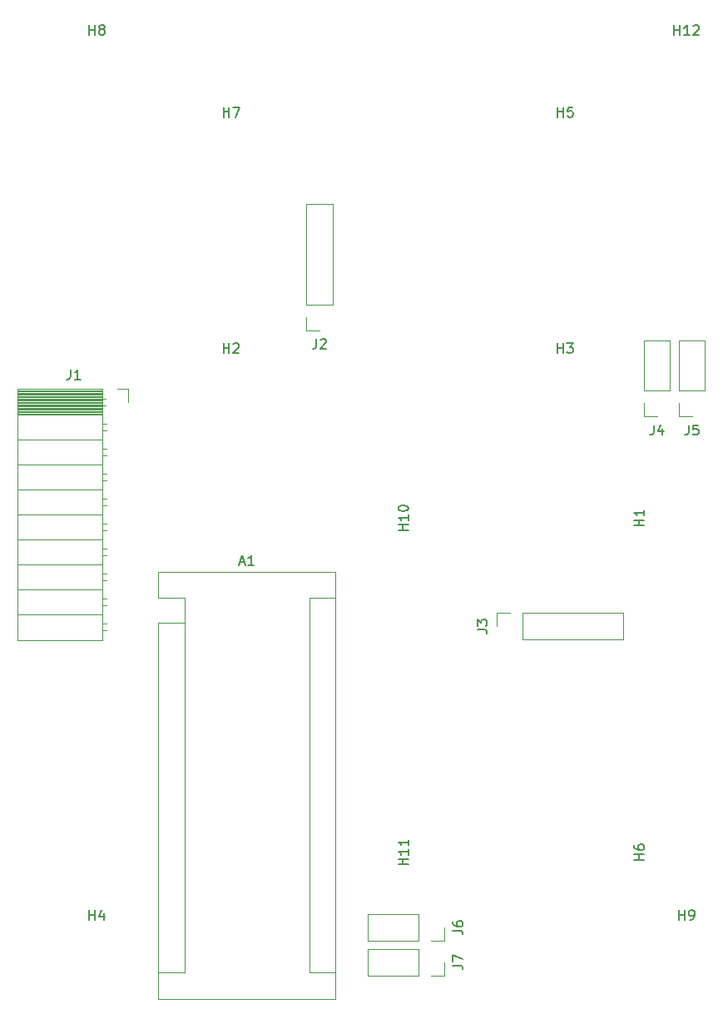
<source format=gbr>
%TF.GenerationSoftware,KiCad,Pcbnew,(6.0.4)*%
%TF.CreationDate,2022-12-06T12:03:58-05:00*%
%TF.ProjectId,BREAD_Slice,42524541-445f-4536-9c69-63652e6b6963,rev?*%
%TF.SameCoordinates,Original*%
%TF.FileFunction,Legend,Top*%
%TF.FilePolarity,Positive*%
%FSLAX46Y46*%
G04 Gerber Fmt 4.6, Leading zero omitted, Abs format (unit mm)*
G04 Created by KiCad (PCBNEW (6.0.4)) date 2022-12-06 12:03:58*
%MOMM*%
%LPD*%
G01*
G04 APERTURE LIST*
%ADD10C,0.150000*%
%ADD11C,0.120000*%
G04 APERTURE END LIST*
D10*
%TO.C,J7*%
X136697380Y-136758333D02*
X137411666Y-136758333D01*
X137554523Y-136805952D01*
X137649761Y-136901190D01*
X137697380Y-137044047D01*
X137697380Y-137139285D01*
X136697380Y-136377380D02*
X136697380Y-135710714D01*
X137697380Y-136139285D01*
%TO.C,J3*%
X139182380Y-102583333D02*
X139896666Y-102583333D01*
X140039523Y-102630952D01*
X140134761Y-102726190D01*
X140182380Y-102869047D01*
X140182380Y-102964285D01*
X139182380Y-102202380D02*
X139182380Y-101583333D01*
X139563333Y-101916666D01*
X139563333Y-101773809D01*
X139610952Y-101678571D01*
X139658571Y-101630952D01*
X139753809Y-101583333D01*
X139991904Y-101583333D01*
X140087142Y-101630952D01*
X140134761Y-101678571D01*
X140182380Y-101773809D01*
X140182380Y-102059523D01*
X140134761Y-102154761D01*
X140087142Y-102202380D01*
%TO.C,J6*%
X136697380Y-133208333D02*
X137411666Y-133208333D01*
X137554523Y-133255952D01*
X137649761Y-133351190D01*
X137697380Y-133494047D01*
X137697380Y-133589285D01*
X136697380Y-132303571D02*
X136697380Y-132494047D01*
X136745000Y-132589285D01*
X136792619Y-132636904D01*
X136935476Y-132732142D01*
X137125952Y-132779761D01*
X137506904Y-132779761D01*
X137602142Y-132732142D01*
X137649761Y-132684523D01*
X137697380Y-132589285D01*
X137697380Y-132398809D01*
X137649761Y-132303571D01*
X137602142Y-132255952D01*
X137506904Y-132208333D01*
X137268809Y-132208333D01*
X137173571Y-132255952D01*
X137125952Y-132303571D01*
X137078333Y-132398809D01*
X137078333Y-132589285D01*
X137125952Y-132684523D01*
X137173571Y-132732142D01*
X137268809Y-132779761D01*
%TO.C,J1*%
X97801132Y-76146846D02*
X97801132Y-76861132D01*
X97753513Y-77003989D01*
X97658275Y-77099227D01*
X97515418Y-77146846D01*
X97420180Y-77146846D01*
X98801132Y-77146846D02*
X98229704Y-77146846D01*
X98515418Y-77146846D02*
X98515418Y-76146846D01*
X98420180Y-76289704D01*
X98324942Y-76384942D01*
X98229704Y-76432561D01*
%TO.C,J2*%
X122806132Y-73036846D02*
X122806132Y-73751132D01*
X122758513Y-73893989D01*
X122663275Y-73989227D01*
X122520418Y-74036846D01*
X122425180Y-74036846D01*
X123234704Y-73132085D02*
X123282323Y-73084466D01*
X123377561Y-73036846D01*
X123615656Y-73036846D01*
X123710894Y-73084466D01*
X123758513Y-73132085D01*
X123806132Y-73227323D01*
X123806132Y-73322561D01*
X123758513Y-73465418D01*
X123187085Y-74036846D01*
X123806132Y-74036846D01*
%TO.C,H12*%
X159226370Y-42116846D02*
X159226370Y-41116846D01*
X159226370Y-41593037D02*
X159797799Y-41593037D01*
X159797799Y-42116846D02*
X159797799Y-41116846D01*
X160797799Y-42116846D02*
X160226370Y-42116846D01*
X160512085Y-42116846D02*
X160512085Y-41116846D01*
X160416846Y-41259704D01*
X160321608Y-41354942D01*
X160226370Y-41402561D01*
X161178751Y-41212085D02*
X161226370Y-41164466D01*
X161321608Y-41116846D01*
X161559704Y-41116846D01*
X161654942Y-41164466D01*
X161702561Y-41212085D01*
X161750180Y-41307323D01*
X161750180Y-41402561D01*
X161702561Y-41545418D01*
X161131132Y-42116846D01*
X161750180Y-42116846D01*
%TO.C,J5*%
X160691666Y-81797380D02*
X160691666Y-82511666D01*
X160644047Y-82654523D01*
X160548809Y-82749761D01*
X160405952Y-82797380D01*
X160310714Y-82797380D01*
X161644047Y-81797380D02*
X161167857Y-81797380D01*
X161120238Y-82273571D01*
X161167857Y-82225952D01*
X161263095Y-82178333D01*
X161501190Y-82178333D01*
X161596428Y-82225952D01*
X161644047Y-82273571D01*
X161691666Y-82368809D01*
X161691666Y-82606904D01*
X161644047Y-82702142D01*
X161596428Y-82749761D01*
X161501190Y-82797380D01*
X161263095Y-82797380D01*
X161167857Y-82749761D01*
X161120238Y-82702142D01*
%TO.C,H8*%
X99702561Y-42116846D02*
X99702561Y-41116846D01*
X99702561Y-41593037D02*
X100273989Y-41593037D01*
X100273989Y-42116846D02*
X100273989Y-41116846D01*
X100893037Y-41545418D02*
X100797799Y-41497799D01*
X100750180Y-41450180D01*
X100702561Y-41354942D01*
X100702561Y-41307323D01*
X100750180Y-41212085D01*
X100797799Y-41164466D01*
X100893037Y-41116846D01*
X101083513Y-41116846D01*
X101178751Y-41164466D01*
X101226370Y-41212085D01*
X101273989Y-41307323D01*
X101273989Y-41354942D01*
X101226370Y-41450180D01*
X101178751Y-41497799D01*
X101083513Y-41545418D01*
X100893037Y-41545418D01*
X100797799Y-41593037D01*
X100750180Y-41640656D01*
X100702561Y-41735894D01*
X100702561Y-41926370D01*
X100750180Y-42021608D01*
X100797799Y-42069227D01*
X100893037Y-42116846D01*
X101083513Y-42116846D01*
X101178751Y-42069227D01*
X101226370Y-42021608D01*
X101273989Y-41926370D01*
X101273989Y-41735894D01*
X101226370Y-41640656D01*
X101178751Y-41593037D01*
X101083513Y-41545418D01*
%TO.C,H9*%
X159702561Y-132116846D02*
X159702561Y-131116846D01*
X159702561Y-131593037D02*
X160273989Y-131593037D01*
X160273989Y-132116846D02*
X160273989Y-131116846D01*
X160797799Y-132116846D02*
X160988275Y-132116846D01*
X161083513Y-132069227D01*
X161131132Y-132021608D01*
X161226370Y-131878751D01*
X161273989Y-131688275D01*
X161273989Y-131307323D01*
X161226370Y-131212085D01*
X161178751Y-131164466D01*
X161083513Y-131116846D01*
X160893037Y-131116846D01*
X160797799Y-131164466D01*
X160750180Y-131212085D01*
X160702561Y-131307323D01*
X160702561Y-131545418D01*
X160750180Y-131640656D01*
X160797799Y-131688275D01*
X160893037Y-131735894D01*
X161083513Y-131735894D01*
X161178751Y-131688275D01*
X161226370Y-131640656D01*
X161273989Y-131545418D01*
%TO.C,H11*%
X132152380Y-126488095D02*
X131152380Y-126488095D01*
X131628571Y-126488095D02*
X131628571Y-125916666D01*
X132152380Y-125916666D02*
X131152380Y-125916666D01*
X132152380Y-124916666D02*
X132152380Y-125488095D01*
X132152380Y-125202380D02*
X131152380Y-125202380D01*
X131295238Y-125297619D01*
X131390476Y-125392857D01*
X131438095Y-125488095D01*
X132152380Y-123964285D02*
X132152380Y-124535714D01*
X132152380Y-124250000D02*
X131152380Y-124250000D01*
X131295238Y-124345238D01*
X131390476Y-124440476D01*
X131438095Y-124535714D01*
%TO.C,H4*%
X99702561Y-132116846D02*
X99702561Y-131116846D01*
X99702561Y-131593037D02*
X100273989Y-131593037D01*
X100273989Y-132116846D02*
X100273989Y-131116846D01*
X101178751Y-131450180D02*
X101178751Y-132116846D01*
X100940656Y-131069227D02*
X100702561Y-131783513D01*
X101321608Y-131783513D01*
%TO.C,J4*%
X157141666Y-81797380D02*
X157141666Y-82511666D01*
X157094047Y-82654523D01*
X156998809Y-82749761D01*
X156855952Y-82797380D01*
X156760714Y-82797380D01*
X158046428Y-82130714D02*
X158046428Y-82797380D01*
X157808333Y-81749761D02*
X157570238Y-82464047D01*
X158189285Y-82464047D01*
%TO.C,H2*%
X113352561Y-74466846D02*
X113352561Y-73466846D01*
X113352561Y-73943037D02*
X113923989Y-73943037D01*
X113923989Y-74466846D02*
X113923989Y-73466846D01*
X114352561Y-73562085D02*
X114400180Y-73514466D01*
X114495418Y-73466846D01*
X114733513Y-73466846D01*
X114828751Y-73514466D01*
X114876370Y-73562085D01*
X114923989Y-73657323D01*
X114923989Y-73752561D01*
X114876370Y-73895418D01*
X114304942Y-74466846D01*
X114923989Y-74466846D01*
%TO.C,H5*%
X147352561Y-50466846D02*
X147352561Y-49466846D01*
X147352561Y-49943037D02*
X147923989Y-49943037D01*
X147923989Y-50466846D02*
X147923989Y-49466846D01*
X148876370Y-49466846D02*
X148400180Y-49466846D01*
X148352561Y-49943037D01*
X148400180Y-49895418D01*
X148495418Y-49847799D01*
X148733513Y-49847799D01*
X148828751Y-49895418D01*
X148876370Y-49943037D01*
X148923989Y-50038275D01*
X148923989Y-50276370D01*
X148876370Y-50371608D01*
X148828751Y-50419227D01*
X148733513Y-50466846D01*
X148495418Y-50466846D01*
X148400180Y-50419227D01*
X148352561Y-50371608D01*
%TO.C,A1*%
X115020180Y-95751132D02*
X115496370Y-95751132D01*
X114924942Y-96036846D02*
X115258275Y-95036846D01*
X115591608Y-96036846D01*
X116448751Y-96036846D02*
X115877323Y-96036846D01*
X116163037Y-96036846D02*
X116163037Y-95036846D01*
X116067799Y-95179704D01*
X115972561Y-95274942D01*
X115877323Y-95322561D01*
%TO.C,H1*%
X156152380Y-92011904D02*
X155152380Y-92011904D01*
X155628571Y-92011904D02*
X155628571Y-91440476D01*
X156152380Y-91440476D02*
X155152380Y-91440476D01*
X156152380Y-90440476D02*
X156152380Y-91011904D01*
X156152380Y-90726190D02*
X155152380Y-90726190D01*
X155295238Y-90821428D01*
X155390476Y-90916666D01*
X155438095Y-91011904D01*
%TO.C,H3*%
X147352561Y-74466846D02*
X147352561Y-73466846D01*
X147352561Y-73943037D02*
X147923989Y-73943037D01*
X147923989Y-74466846D02*
X147923989Y-73466846D01*
X148304942Y-73466846D02*
X148923989Y-73466846D01*
X148590656Y-73847799D01*
X148733513Y-73847799D01*
X148828751Y-73895418D01*
X148876370Y-73943037D01*
X148923989Y-74038275D01*
X148923989Y-74276370D01*
X148876370Y-74371608D01*
X148828751Y-74419227D01*
X148733513Y-74466846D01*
X148447799Y-74466846D01*
X148352561Y-74419227D01*
X148304942Y-74371608D01*
%TO.C,H10*%
X132152380Y-92488095D02*
X131152380Y-92488095D01*
X131628571Y-92488095D02*
X131628571Y-91916666D01*
X132152380Y-91916666D02*
X131152380Y-91916666D01*
X132152380Y-90916666D02*
X132152380Y-91488095D01*
X132152380Y-91202380D02*
X131152380Y-91202380D01*
X131295238Y-91297619D01*
X131390476Y-91392857D01*
X131438095Y-91488095D01*
X131152380Y-90297619D02*
X131152380Y-90202380D01*
X131200000Y-90107142D01*
X131247619Y-90059523D01*
X131342857Y-90011904D01*
X131533333Y-89964285D01*
X131771428Y-89964285D01*
X131961904Y-90011904D01*
X132057142Y-90059523D01*
X132104761Y-90107142D01*
X132152380Y-90202380D01*
X132152380Y-90297619D01*
X132104761Y-90392857D01*
X132057142Y-90440476D01*
X131961904Y-90488095D01*
X131771428Y-90535714D01*
X131533333Y-90535714D01*
X131342857Y-90488095D01*
X131247619Y-90440476D01*
X131200000Y-90392857D01*
X131152380Y-90297619D01*
%TO.C,H6*%
X156152380Y-126011904D02*
X155152380Y-126011904D01*
X155628571Y-126011904D02*
X155628571Y-125440476D01*
X156152380Y-125440476D02*
X155152380Y-125440476D01*
X155152380Y-124535714D02*
X155152380Y-124726190D01*
X155200000Y-124821428D01*
X155247619Y-124869047D01*
X155390476Y-124964285D01*
X155580952Y-125011904D01*
X155961904Y-125011904D01*
X156057142Y-124964285D01*
X156104761Y-124916666D01*
X156152380Y-124821428D01*
X156152380Y-124630952D01*
X156104761Y-124535714D01*
X156057142Y-124488095D01*
X155961904Y-124440476D01*
X155723809Y-124440476D01*
X155628571Y-124488095D01*
X155580952Y-124535714D01*
X155533333Y-124630952D01*
X155533333Y-124821428D01*
X155580952Y-124916666D01*
X155628571Y-124964285D01*
X155723809Y-125011904D01*
%TO.C,H7*%
X113352561Y-50466846D02*
X113352561Y-49466846D01*
X113352561Y-49943037D02*
X113923989Y-49943037D01*
X113923989Y-50466846D02*
X113923989Y-49466846D01*
X114304942Y-49466846D02*
X114971608Y-49466846D01*
X114543037Y-50466846D01*
D11*
%TO.C,J7*%
X135805000Y-136425000D02*
X135805000Y-137755000D01*
X133205000Y-135095000D02*
X133205000Y-137755000D01*
X128065000Y-135095000D02*
X128065000Y-137755000D01*
X135805000Y-137755000D02*
X134475000Y-137755000D01*
X133205000Y-137755000D02*
X128065000Y-137755000D01*
X133205000Y-135095000D02*
X128065000Y-135095000D01*
%TO.C,J3*%
X143770000Y-103580000D02*
X153990000Y-103580000D01*
X143770000Y-100920000D02*
X153990000Y-100920000D01*
X141170000Y-100920000D02*
X142500000Y-100920000D01*
X141170000Y-102250000D02*
X141170000Y-100920000D01*
X143770000Y-103580000D02*
X143770000Y-100920000D01*
X153990000Y-103580000D02*
X153990000Y-100920000D01*
%TO.C,J6*%
X135805000Y-134205000D02*
X134475000Y-134205000D01*
X133205000Y-131545000D02*
X128065000Y-131545000D01*
X133205000Y-131545000D02*
X133205000Y-134205000D01*
X128065000Y-131545000D02*
X128065000Y-134205000D01*
X133205000Y-134205000D02*
X128065000Y-134205000D01*
X135805000Y-132875000D02*
X135805000Y-134205000D01*
%TO.C,J1*%
X92424466Y-83274466D02*
X101054466Y-83274466D01*
X101054466Y-87444466D02*
X101464466Y-87444466D01*
X92424466Y-78608751D02*
X101054466Y-78608751D01*
X101054466Y-79104466D02*
X101404466Y-79104466D01*
X92424466Y-78134466D02*
X92424466Y-103654466D01*
X92424466Y-80498271D02*
X101054466Y-80498271D01*
X101054466Y-101964466D02*
X101464466Y-101964466D01*
X101054466Y-91804466D02*
X101464466Y-91804466D01*
X101054466Y-79824466D02*
X101404466Y-79824466D01*
X92424466Y-80025891D02*
X101054466Y-80025891D01*
X101054466Y-102684466D02*
X101464466Y-102684466D01*
X92424466Y-79907796D02*
X101054466Y-79907796D01*
X92424466Y-85814466D02*
X101054466Y-85814466D01*
X101054466Y-78134466D02*
X101054466Y-103654466D01*
X92424466Y-95974466D02*
X101054466Y-95974466D01*
X92424466Y-78726846D02*
X101054466Y-78726846D01*
X101054466Y-96884466D02*
X101464466Y-96884466D01*
X101054466Y-84904466D02*
X101464466Y-84904466D01*
X92424466Y-79317321D02*
X101054466Y-79317321D01*
X102514466Y-78134466D02*
X103624466Y-78134466D01*
X92424466Y-80262081D02*
X101054466Y-80262081D01*
X92424466Y-80143986D02*
X101054466Y-80143986D01*
X101054466Y-92524466D02*
X101464466Y-92524466D01*
X101054466Y-82364466D02*
X101464466Y-82364466D01*
X92424466Y-90894466D02*
X101054466Y-90894466D01*
X92424466Y-79789701D02*
X101054466Y-79789701D01*
X101054466Y-81644466D02*
X101464466Y-81644466D01*
X101054466Y-95064466D02*
X101464466Y-95064466D01*
X92424466Y-88354466D02*
X101054466Y-88354466D01*
X92424466Y-79553511D02*
X101054466Y-79553511D01*
X92424466Y-101054466D02*
X101054466Y-101054466D01*
X92424466Y-78963036D02*
X101054466Y-78963036D01*
X101054466Y-94344466D02*
X101464466Y-94344466D01*
X101054466Y-100144466D02*
X101464466Y-100144466D01*
X92424466Y-80734466D02*
X101054466Y-80734466D01*
X92424466Y-78254466D02*
X101054466Y-78254466D01*
X92424466Y-78372561D02*
X101054466Y-78372561D01*
X92424466Y-80616366D02*
X101054466Y-80616366D01*
X101054466Y-99424466D02*
X101464466Y-99424466D01*
X92424466Y-80380176D02*
X101054466Y-80380176D01*
X92424466Y-78844941D02*
X101054466Y-78844941D01*
X101054466Y-89264466D02*
X101464466Y-89264466D01*
X92424466Y-79199226D02*
X101054466Y-79199226D01*
X101054466Y-84184466D02*
X101464466Y-84184466D01*
X101054466Y-97604466D02*
X101464466Y-97604466D01*
X92424466Y-79671606D02*
X101054466Y-79671606D01*
X92424466Y-98514466D02*
X101054466Y-98514466D01*
X92424466Y-78134466D02*
X101054466Y-78134466D01*
X92424466Y-93434466D02*
X101054466Y-93434466D01*
X92424466Y-78490656D02*
X101054466Y-78490656D01*
X101054466Y-86724466D02*
X101464466Y-86724466D01*
X92424466Y-79081131D02*
X101054466Y-79081131D01*
X103624466Y-78134466D02*
X103624466Y-79464466D01*
X101054466Y-89984466D02*
X101464466Y-89984466D01*
X92424466Y-79435416D02*
X101054466Y-79435416D01*
X92424466Y-103654466D02*
X101054466Y-103654466D01*
%TO.C,J2*%
X124469466Y-59324466D02*
X121809466Y-59324466D01*
X121809466Y-72144466D02*
X121809466Y-70814466D01*
X124469466Y-69544466D02*
X124469466Y-59324466D01*
X123139466Y-72144466D02*
X121809466Y-72144466D01*
X124469466Y-69544466D02*
X121809466Y-69544466D01*
X121809466Y-69544466D02*
X121809466Y-59324466D01*
%TO.C,J5*%
X159695000Y-78305000D02*
X159695000Y-73165000D01*
X162355000Y-73165000D02*
X159695000Y-73165000D01*
X159695000Y-80905000D02*
X159695000Y-79575000D01*
X162355000Y-78305000D02*
X159695000Y-78305000D01*
X162355000Y-78305000D02*
X162355000Y-73165000D01*
X161025000Y-80905000D02*
X159695000Y-80905000D01*
%TO.C,J4*%
X158805000Y-73165000D02*
X156145000Y-73165000D01*
X156145000Y-78305000D02*
X156145000Y-73165000D01*
X157475000Y-80905000D02*
X156145000Y-80905000D01*
X158805000Y-78305000D02*
X156145000Y-78305000D01*
X156145000Y-80905000D02*
X156145000Y-79575000D01*
X158805000Y-78305000D02*
X158805000Y-73165000D01*
%TO.C,A1*%
X122084466Y-99394466D02*
X124754466Y-99394466D01*
X106714466Y-140164466D02*
X124754466Y-140164466D01*
X109384466Y-101934466D02*
X109384466Y-99394466D01*
X124754466Y-140164466D02*
X124754466Y-96724466D01*
X109384466Y-101934466D02*
X106714466Y-101934466D01*
X122084466Y-137494466D02*
X124754466Y-137494466D01*
X109384466Y-101934466D02*
X109384466Y-137494466D01*
X109384466Y-137494466D02*
X106714466Y-137494466D01*
X124754466Y-96724466D02*
X106714466Y-96724466D01*
X106714466Y-96724466D02*
X106714466Y-99394466D01*
X109384466Y-99394466D02*
X106714466Y-99394466D01*
X122084466Y-99394466D02*
X122084466Y-137494466D01*
X106714466Y-101934466D02*
X106714466Y-140164466D01*
%TD*%
M02*

</source>
